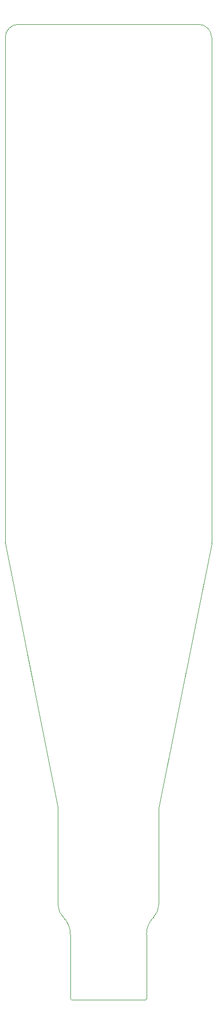
<source format=gbr>
G04 Layer_Color=0*
%FSLAX25Y25*%
%MOIN*%
%TF.FileFunction,Profile,NP*%
%TF.Part,Single*%
G01*
G75*
%TA.AperFunction,Profile*%
%ADD149C,0.00100*%
D149*
X-28506Y51419D02*
G02*
X-31992Y59475I8436J8431D01*
G01*
X-31992D01*
D02*
G02*
X-31998Y59552I496J77D01*
G01*
Y121210D01*
X-65452Y288483D01*
X-65452Y288484D01*
X-65452Y288483D01*
D02*
G02*
X-65462Y288583I491J100D01*
G01*
Y608268D01*
D02*
G02*
X-57087Y616643I8376J-0D01*
G01*
X57087D01*
D02*
G02*
X65462Y608268I0J-8376D01*
G01*
Y288189D01*
D02*
G02*
X65452Y288089I-501J0D01*
G01*
X65452Y288091D01*
X65452Y288089D01*
X31998Y120817D01*
Y59852D01*
X31998Y59851D01*
D02*
G03*
X31998Y59854I-501J0D01*
G01*
X31998Y59851D01*
D02*
G02*
X28506Y51419I-11927J0D01*
G01*
D02*
G02*
X28504Y51417I-8436J8431D01*
G01*
X28504Y51417D01*
D02*
G03*
X28506Y51419I-355J355D01*
G01*
X28504Y51417D01*
D02*
G03*
X24124Y40841I10576J-10576D01*
G01*
Y0D01*
D02*
G02*
X23622Y-501I-501J0D01*
G01*
X-23622D01*
D02*
G02*
X-24124Y0I0J501D01*
G01*
Y40841D01*
D02*
G03*
X-28504Y51417I-14956J0D01*
G01*
D02*
G02*
X-28506Y51419I355J355D01*
G01*
%TF.MD5,8cddcfb72060818c91f950eb41b3f5cf*%
M02*

</source>
